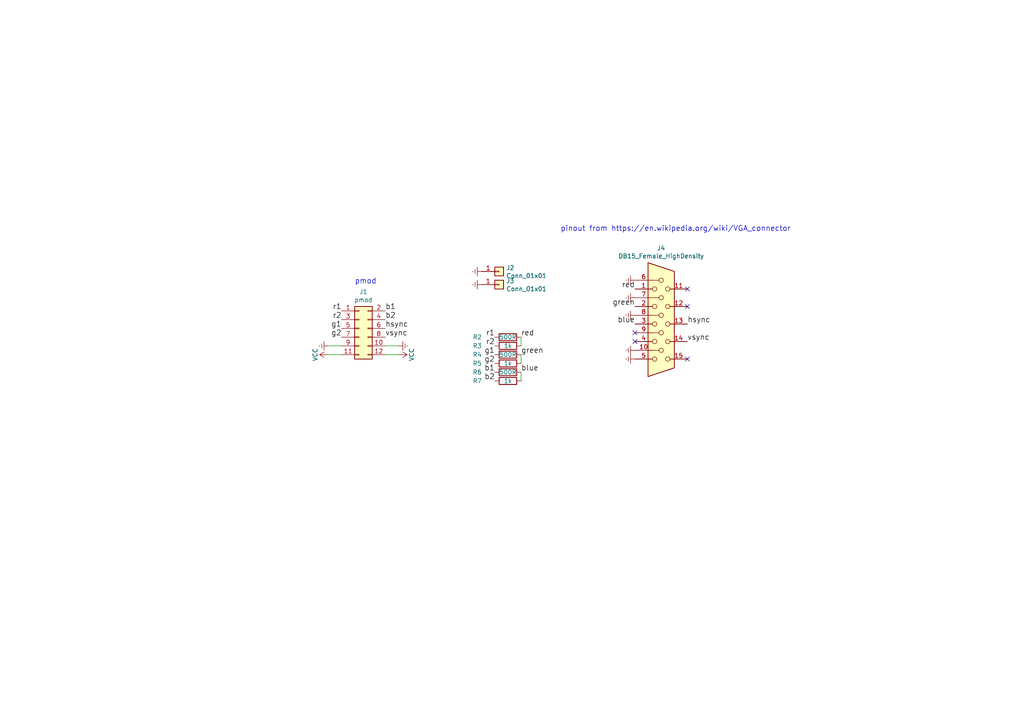
<source format=kicad_sch>
(kicad_sch (version 20211123) (generator eeschema)
  (paper "A4")
  (lib_symbols
    (symbol "Connector:DB15_Female_HighDensity" (pin_names (offset 1.016) hide)
      (property "Reference" "J" (at 0 21.59 0))
      (property "Value" "DB15_Female_HighDensity" (at 0 19.05 0))
      (symbol "DB15_Female_HighDensity_0_1"
        (circle (center -1.905 -10.16) (radius 0.635))
        (circle (center -1.905 -5.08) (radius 0.635))
        (circle (center -1.905 0) (radius 0.635))
        (circle (center -1.905 5.08) (radius 0.635))
        (circle (center -1.905 10.16) (radius 0.635))
        (circle (center 0 -7.62) (radius 0.635))
        (circle (center 0 -2.54) (radius 0.635))
        (polyline (pts (xy -3.175 7.62) (xy -0.635 7.62)))
        (polyline (pts (xy -0.635 -7.62) (xy -3.175 -7.62)))
        (polyline (pts (xy -0.635 -2.54) (xy -3.175 -2.54)))
        (polyline (pts (xy -0.635 2.54) (xy -3.175 2.54)))
        (polyline (pts (xy -0.635 12.7) (xy -3.175 12.7)))
        (polyline (pts (xy -3.81 17.78) (xy -3.81 -15.24) (xy 3.81 -12.7) (xy 3.81 15.24) (xy -3.81 17.78)) (stroke (width 0.254)) (fill (type background)))
        (circle (center 0 2.54) (radius 0.635))
        (circle (center 0 7.62) (radius 0.635))
        (circle (center 0 12.7) (radius 0.635))
        (circle (center 1.905 -10.16) (radius 0.635))
        (circle (center 1.905 -5.08) (radius 0.635))
        (circle (center 1.905 0) (radius 0.635))
        (circle (center 1.905 5.08) (radius 0.635))
        (circle (center 1.905 10.16) (radius 0.635))
      )
      (symbol "DB15_Female_HighDensity_1_1"
        (pin passive line (at -7.62 10.16 0) (length 5.08) (name "~") (number "1"))
        (pin passive line (at -7.62 -7.62 0) (length 5.08) (name "~") (number "10"))
        (pin passive line (at 7.62 10.16 180) (length 5.08) (name "~") (number "11"))
        (pin passive line (at 7.62 5.08 180) (length 5.08) (name "~") (number "12"))
        (pin passive line (at 7.62 0 180) (length 5.08) (name "~") (number "13"))
        (pin passive line (at 7.62 -5.08 180) (length 5.08) (name "~") (number "14"))
        (pin passive line (at 7.62 -10.16 180) (length 5.08) (name "~") (number "15"))
        (pin passive line (at -7.62 5.08 0) (length 5.08) (name "~") (number "2"))
        (pin passive line (at -7.62 0 0) (length 5.08) (name "~") (number "3"))
        (pin passive line (at -7.62 -5.08 0) (length 5.08) (name "~") (number "4"))
        (pin passive line (at -7.62 -10.16 0) (length 5.08) (name "~") (number "5"))
        (pin passive line (at -7.62 12.7 0) (length 5.08) (name "~") (number "6"))
        (pin passive line (at -7.62 7.62 0) (length 5.08) (name "~") (number "7"))
        (pin passive line (at -7.62 2.54 0) (length 5.08) (name "~") (number "8"))
        (pin passive line (at -7.62 -2.54 0) (length 5.08) (name "~") (number "9"))
      )
    )
    (symbol "Connector_Generic:Conn_01x01" (pin_names (offset 1.016) hide)
      (property "Reference" "J" (at 0 2.54 0))
      (property "Value" "Conn_01x01" (at 0 -2.54 0))
      (symbol "Conn_01x01_1_1"
        (rectangle (start -1.27 0.127) (end 0 -0.127) (stroke (width 0.1524)))
        (rectangle (start -1.27 1.27) (end 1.27 -1.27) (stroke (width 0.254)) (fill (type background)))
        (pin passive line (at -5.08 0 0) (length 3.81) (name "Pin_1") (number "1"))
      )
    )
    (symbol "Connector_Generic:Conn_02x06_Odd_Even" (pin_names (offset 1.016) hide)
      (property "Reference" "J" (at 1.27 7.62 0))
      (property "Value" "Conn_02x06_Odd_Even" (at 1.27 -10.16 0))
      (symbol "Conn_02x06_Odd_Even_1_1"
        (rectangle (start -1.27 -7.493) (end 0 -7.747) (stroke (width 0.1524)))
        (rectangle (start -1.27 -4.953) (end 0 -5.207) (stroke (width 0.1524)))
        (rectangle (start -1.27 -2.413) (end 0 -2.667) (stroke (width 0.1524)))
        (rectangle (start -1.27 0.127) (end 0 -0.127) (stroke (width 0.1524)))
        (rectangle (start -1.27 2.667) (end 0 2.413) (stroke (width 0.1524)))
        (rectangle (start -1.27 5.207) (end 0 4.953) (stroke (width 0.1524)))
        (rectangle (start -1.27 6.35) (end 3.81 -8.89) (stroke (width 0.254)) (fill (type background)))
        (rectangle (start 3.81 -7.493) (end 2.54 -7.747) (stroke (width 0.1524)))
        (rectangle (start 3.81 -4.953) (end 2.54 -5.207) (stroke (width 0.1524)))
        (rectangle (start 3.81 -2.413) (end 2.54 -2.667) (stroke (width 0.1524)))
        (rectangle (start 3.81 0.127) (end 2.54 -0.127) (stroke (width 0.1524)))
        (rectangle (start 3.81 2.667) (end 2.54 2.413) (stroke (width 0.1524)))
        (rectangle (start 3.81 5.207) (end 2.54 4.953) (stroke (width 0.1524)))
        (pin passive line (at -5.08 5.08 0) (length 3.81) (name "Pin_1") (number "1"))
        (pin passive line (at 7.62 -5.08 180) (length 3.81) (name "Pin_10") (number "10"))
        (pin passive line (at -5.08 -7.62 0) (length 3.81) (name "Pin_11") (number "11"))
        (pin passive line (at 7.62 -7.62 180) (length 3.81) (name "Pin_12") (number "12"))
        (pin passive line (at 7.62 5.08 180) (length 3.81) (name "Pin_2") (number "2"))
        (pin passive line (at -5.08 2.54 0) (length 3.81) (name "Pin_3") (number "3"))
        (pin passive line (at 7.62 2.54 180) (length 3.81) (name "Pin_4") (number "4"))
        (pin passive line (at -5.08 0 0) (length 3.81) (name "Pin_5") (number "5"))
        (pin passive line (at 7.62 0 180) (length 3.81) (name "Pin_6") (number "6"))
        (pin passive line (at -5.08 -2.54 0) (length 3.81) (name "Pin_7") (number "7"))
        (pin passive line (at 7.62 -2.54 180) (length 3.81) (name "Pin_8") (number "8"))
        (pin passive line (at -5.08 -5.08 0) (length 3.81) (name "Pin_9") (number "9"))
      )
    )
    (symbol "Device:R" (pin_numbers hide) (pin_names (offset 0))
      (property "Reference" "R" (at 2.032 0 90))
      (property "Value" "R" (at 0 0 90))
      (symbol "R_0_1"
        (rectangle (start -1.016 -2.54) (end 1.016 2.54) (stroke (width 0.254)))
      )
      (symbol "R_1_1"
        (pin passive line (at 0 3.81 270) (length 1.27) (name "~") (number "1"))
        (pin passive line (at 0 -3.81 90) (length 1.27) (name "~") (number "2"))
      )
    )
    (symbol "power:Earth" (power) (pin_names (offset 0))
      (symbol "Earth_0_1"
        (polyline (pts (xy -0.635 -1.905) (xy 0.635 -1.905)))
        (polyline (pts (xy -0.127 -2.54) (xy 0.127 -2.54)))
        (polyline (pts (xy 0 -1.27) (xy 0 0)))
        (polyline (pts (xy 1.27 -1.27) (xy -1.27 -1.27)))
      )
      (symbol "Earth_1_1"
        (pin power_in line (at 0 0 270) (length 0) hide (name "Earth") (number "1"))
      )
    )
    (symbol "power:VCC" (power) (pin_names (offset 0))
      (property "Value" "VCC" (at 0 3.81 0))
      (symbol "VCC_0_1"
        (polyline (pts (xy -0.762 1.27) (xy 0 2.54)))
        (polyline (pts (xy 0 0) (xy 0 2.54)))
        (polyline (pts (xy 0 2.54) (xy 0.762 1.27)))
      )
      (symbol "VCC_1_1"
        (pin power_in line (at 0 0 90) (length 0) hide (name "VCC") (number "1"))
      )
    )
  )
  (no_connect (at 184.15 99.06))
  (no_connect (at 199.39 83.82))
  (no_connect (at 199.39 88.9))
  (no_connect (at 199.39 104.14))
  (no_connect (at 184.15 96.52))
  (wire (pts (xy 151.13 102.87) (xy 151.13 105.41)))
  (wire (pts (xy 151.13 107.95) (xy 151.13 110.49)))
  (wire (pts (xy 111.76 100.33) (xy 115.57 100.33)))
  (wire (pts (xy 95.25 100.33) (xy 99.06 100.33)))
  (wire (pts (xy 151.13 97.79) (xy 151.13 100.33)))
  (wire (pts (xy 111.76 102.87) (xy 115.57 102.87)))
  (wire (pts (xy 95.25 102.87) (xy 99.06 102.87)))
  (text "pinout from https://en.wikipedia.org/wiki/VGA_connector" (at 162.56 67.31 0) (effects (font (size 1.524 1.524)) (justify left bottom)))
  (text "pmod" (at 102.87 82.55 0) (effects (font (size 1.524 1.524)) (justify left bottom)))
  (label "hsync" (at 199.39 93.98 0) (effects (font (size 1.524 1.524))))
  (label "red" (at 184.15 83.82 180) (effects (font (size 1.524 1.524))))
  (label "r1" (at 99.06 90.17 180) (effects (font (size 1.524 1.524))))
  (label "g2" (at 99.06 97.79 180) (effects (font (size 1.524 1.524))))
  (label "g2" (at 143.51 105.41 180) (effects (font (size 1.524 1.524))))
  (label "r2" (at 99.06 92.71 180) (effects (font (size 1.524 1.524))))
  (label "b1" (at 111.76 90.17 0) (effects (font (size 1.524 1.524))))
  (label "b2" (at 143.51 110.49 180) (effects (font (size 1.524 1.524))))
  (label "green" (at 151.13 102.87 0) (effects (font (size 1.524 1.524))))
  (label "vsync" (at 111.76 97.79 0) (effects (font (size 1.524 1.524))))
  (label "g1" (at 99.06 95.25 180) (effects (font (size 1.524 1.524))))
  (label "r1" (at 143.51 97.79 180) (effects (font (size 1.524 1.524))))
  (label "green" (at 184.15 88.9 180) (effects (font (size 1.524 1.524))))
  (label "blue" (at 151.13 107.95 0) (effects (font (size 1.524 1.524))))
  (label "blue" (at 184.15 93.98 180) (effects (font (size 1.524 1.524))))
  (label "hsync" (at 111.76 95.25 0) (effects (font (size 1.524 1.524))))
  (label "b2" (at 111.76 92.71 0) (effects (font (size 1.524 1.524))))
  (label "vsync" (at 199.39 99.06 0) (effects (font (size 1.524 1.524))))
  (label "r2" (at 143.51 100.33 180) (effects (font (size 1.524 1.524))))
  (label "b1" (at 143.51 107.95 180) (effects (font (size 1.524 1.524))))
  (label "red" (at 151.13 97.79 0) (effects (font (size 1.524 1.524))))
  (label "g1" (at 143.51 102.87 180) (effects (font (size 1.524 1.524))))
  (symbol (lib_id "Connector_Generic:Conn_02x06_Odd_Even") (at 104.14 95.25 0) (unit 1)
    (property "Reference" "J1" (at 105.41 84.6582 0))
    (property "Value" "pmod" (at 105.41 86.9696 0))
    (property "Footprint" "Pin_Headers:Pin_Header_Straight_2x06_Pitch2.54mm" (effects hide))
  )
  (symbol (lib_id "power:VCC") (at 115.57 102.87 270) (unit 1)
    (property "Reference" "#PWR06" (effects hide))
    (property "Value" "VCC" (at 119.38 102.87 0))
  )
  (symbol (lib_id "power:VCC") (at 95.25 102.87 90) (unit 1)
    (property "Reference" "#PWR02" (effects hide))
    (property "Value" "VCC" (at 91.44 102.87 0))
  )
  (symbol (lib_id "power:Earth") (at 95.25 100.33 270) (unit 1)
    (property "Reference" "#PWR01" (effects hide))
    (property "Value" "Earth" (effects hide))
  )
  (symbol (lib_id "power:Earth") (at 115.57 100.33 90) (unit 1)
    (property "Reference" "#PWR05" (effects hide))
    (property "Value" "Earth" (effects hide))
  )
  (symbol (lib_id "power:Earth") (at 184.15 104.14 270) (unit 1)
    (property "Reference" "#PWR07" (effects hide))
    (property "Value" "Earth" (effects hide))
  )
  (symbol (lib_id "Device:R") (at 147.32 97.79 270) (unit 1)
    (property "Reference" "R2" (at 138.43 97.79 90))
    (property "Value" "500R" (at 147.32 97.79 90))
    (property "Footprint" "Resistors_THT:R_Axial_DIN0207_L6.3mm_D2.5mm_P7.62mm_Horizontal" (effects hide))
  )
  (symbol (lib_id "Device:R") (at 147.32 100.33 270) (unit 1)
    (property "Reference" "R3" (at 138.43 100.33 90))
    (property "Value" "1k" (at 147.32 100.33 90))
    (property "Footprint" "Resistors_THT:R_Axial_DIN0207_L6.3mm_D2.5mm_P7.62mm_Horizontal" (effects hide))
    (property "supplier" "Value" (effects hide))
    (property "supplier PN" "Value" (effects hide))
    (property "MOQ" "Value" (effects hide))
    (property "leadtime" "Value" (effects hide))
  )
  (symbol (lib_id "Device:R") (at 147.32 102.87 270) (unit 1)
    (property "Reference" "R4" (at 138.43 102.87 90))
    (property "Value" "500R" (at 147.32 102.87 90))
    (property "Footprint" "Resistors_THT:R_Axial_DIN0207_L6.3mm_D2.5mm_P7.62mm_Horizontal" (effects hide))
  )
  (symbol (lib_id "Device:R") (at 147.32 105.41 270) (unit 1)
    (property "Reference" "R5" (at 138.43 105.41 90))
    (property "Value" "1k" (at 147.32 105.41 90))
    (property "Footprint" "Resistors_THT:R_Axial_DIN0207_L6.3mm_D2.5mm_P7.62mm_Horizontal" (effects hide))
  )
  (symbol (lib_id "Device:R") (at 147.32 107.95 270) (unit 1)
    (property "Reference" "R6" (at 138.43 107.95 90))
    (property "Value" "500R" (at 147.32 107.95 90))
    (property "Footprint" "Resistors_THT:R_Axial_DIN0207_L6.3mm_D2.5mm_P7.62mm_Horizontal" (effects hide))
    (property "supplier" "Value" (effects hide))
    (property "supplier PN" "Value" (effects hide))
    (property "MOQ" "Value" (effects hide))
    (property "leadtime" "Value" (effects hide))
  )
  (symbol (lib_id "Device:R") (at 147.32 110.49 270) (unit 1)
    (property "Reference" "R7" (at 138.43 110.49 90))
    (property "Value" "1k" (at 147.32 110.49 90))
    (property "Footprint" "Resistors_THT:R_Axial_DIN0207_L6.3mm_D2.5mm_P7.62mm_Horizontal" (effects hide))
  )
  (symbol (lib_id "Connector_Generic:Conn_01x01") (at 144.78 78.74 0) (unit 1)
    (property "Reference" "J2" (at 146.812 77.6732 0) (effects (justify left)))
    (property "Value" "Conn_01x01" (at 146.812 79.9846 0) (effects (justify left)))
    (property "Footprint" "Mounting_Holes:MountingHole_3.2mm_M3_Pad_Via" (effects hide))
  )
  (symbol (lib_id "Connector_Generic:Conn_01x01") (at 144.78 82.55 0) (unit 1)
    (property "Reference" "J3" (at 146.812 81.4832 0) (effects (justify left)))
    (property "Value" "Conn_01x01" (at 146.812 83.7946 0) (effects (justify left)))
    (property "Footprint" "Mounting_Holes:MountingHole_3.2mm_M3_Pad_Via" (effects hide))
  )
  (symbol (lib_id "power:Earth") (at 139.7 82.55 270) (unit 1)
    (property "Reference" "#PWR09" (effects hide))
    (property "Value" "Earth" (effects hide))
  )
  (symbol (lib_id "power:Earth") (at 139.7 78.74 270) (unit 1)
    (property "Reference" "#PWR08" (effects hide))
    (property "Value" "Earth" (effects hide))
  )
  (symbol (lib_id "Connector:DB15_Female_HighDensity") (at 191.77 93.98 0) (unit 1)
    (property "Reference" "J4" (at 191.77 71.9582 0))
    (property "Value" "DB15_Female_HighDensity" (at 191.77 74.2696 0))
    (property "Footprint" "fp:db15" (effects hide))
    (property "Datasheet" " ~" (effects hide))
    (property "farnell #" "2401182" (effects hide))
    (property "supplier" "Value" (effects hide))
    (property "supplier PN" "Value" (effects hide))
    (property "MOQ" "Value" (effects hide))
    (property "leadtime" "Value" (effects hide))
  )
  (symbol (lib_id "power:Earth") (at 184.15 81.28 270) (unit 1)
    (property "Reference" "#PWR010" (effects hide))
    (property "Value" "Earth" (effects hide))
  )
  (symbol (lib_id "power:Earth") (at 184.15 86.36 270) (unit 1)
    (property "Reference" "#PWR011" (effects hide))
    (property "Value" "Earth" (effects hide))
  )
  (symbol (lib_id "power:Earth") (at 184.15 91.44 270) (unit 1)
    (property "Reference" "#PWR012" (effects hide))
    (property "Value" "Earth" (effects hide))
  )
  (symbol (lib_id "power:Earth") (at 184.15 101.6 270) (unit 1)
    (property "Reference" "#PWR013" (effects hide))
    (property "Value" "Earth" (effects hide))
  )
)
</source>
